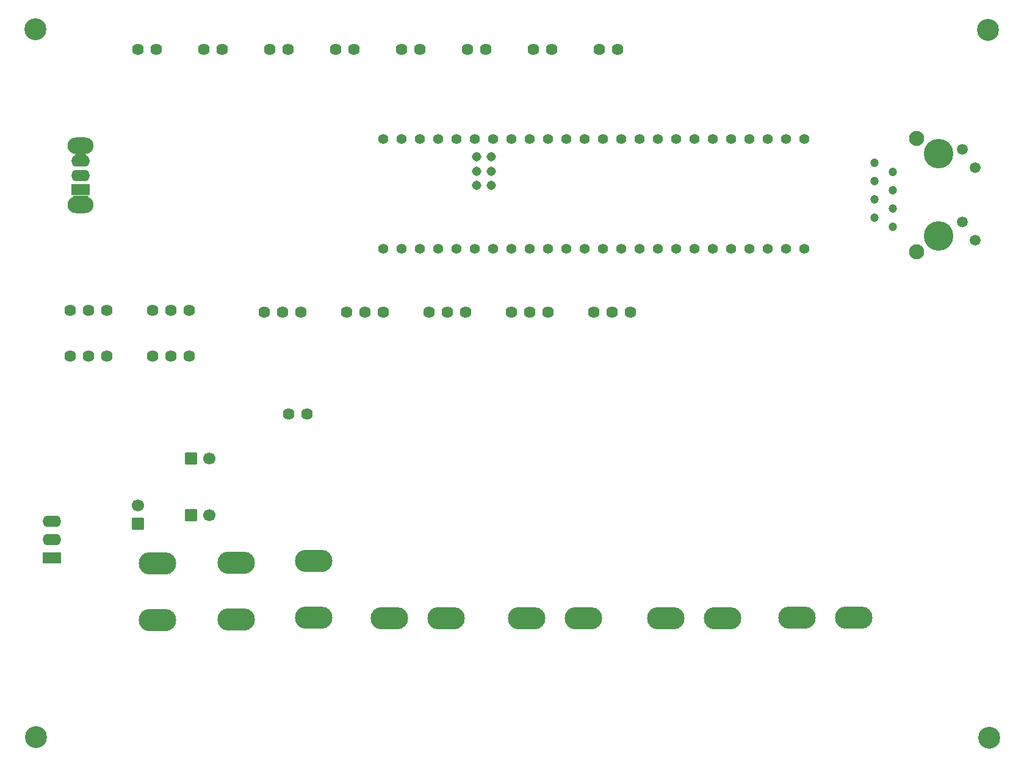
<source format=gbs>
G04 #@! TF.GenerationSoftware,KiCad,Pcbnew,(6.0.7)*
G04 #@! TF.CreationDate,2023-03-20T22:10:27-05:00*
G04 #@! TF.ProjectId,ScienceMotorController,53636965-6e63-4654-9d6f-746f72436f6e,rev?*
G04 #@! TF.SameCoordinates,Original*
G04 #@! TF.FileFunction,Soldermask,Bot*
G04 #@! TF.FilePolarity,Negative*
%FSLAX46Y46*%
G04 Gerber Fmt 4.6, Leading zero omitted, Abs format (unit mm)*
G04 Created by KiCad (PCBNEW (6.0.7)) date 2023-03-20 22:10:27*
%MOMM*%
%LPD*%
G01*
G04 APERTURE LIST*
G04 Aperture macros list*
%AMRoundRect*
0 Rectangle with rounded corners*
0 $1 Rounding radius*
0 $2 $3 $4 $5 $6 $7 $8 $9 X,Y pos of 4 corners*
0 Add a 4 corners polygon primitive as box body*
4,1,4,$2,$3,$4,$5,$6,$7,$8,$9,$2,$3,0*
0 Add four circle primitives for the rounded corners*
1,1,$1+$1,$2,$3*
1,1,$1+$1,$4,$5*
1,1,$1+$1,$6,$7*
1,1,$1+$1,$8,$9*
0 Add four rect primitives between the rounded corners*
20,1,$1+$1,$2,$3,$4,$5,0*
20,1,$1+$1,$4,$5,$6,$7,0*
20,1,$1+$1,$6,$7,$8,$9,0*
20,1,$1+$1,$8,$9,$2,$3,0*%
G04 Aperture macros list end*
%ADD10C,1.624000*%
%ADD11C,3.046400*%
%ADD12RoundRect,0.050000X1.250000X-0.750000X1.250000X0.750000X-1.250000X0.750000X-1.250000X-0.750000X0*%
%ADD13O,2.600000X1.600000*%
%ADD14RoundRect,0.050000X-0.800000X-0.800000X0.800000X-0.800000X0.800000X0.800000X-0.800000X0.800000X0*%
%ADD15C,1.700000*%
%ADD16C,1.408000*%
%ADD17C,1.308000*%
%ADD18O,3.600000X2.300000*%
%ADD19C,1.200000*%
%ADD20C,1.500000*%
%ADD21C,4.100000*%
%ADD22C,2.100000*%
%ADD23RoundRect,0.050000X0.800000X-0.800000X0.800000X0.800000X-0.800000X0.800000X-0.800000X-0.800000X0*%
%ADD24O,5.200000X3.100000*%
G04 APERTURE END LIST*
D10*
X123190000Y-38481000D03*
X125730000Y-38481000D03*
D11*
X213823420Y-134067420D03*
D10*
X150598500Y-38481000D03*
X153138500Y-38481000D03*
X97764600Y-74676000D03*
X100304600Y-74676000D03*
X102844600Y-74676000D03*
X91414600Y-81026000D03*
X88874600Y-81026000D03*
X86334600Y-81026000D03*
D12*
X83820000Y-109093000D03*
D13*
X83820000Y-106553000D03*
X83820000Y-104013000D03*
D10*
X102844600Y-81026000D03*
X100304600Y-81026000D03*
X97764600Y-81026000D03*
X86334600Y-74676000D03*
X88874600Y-74676000D03*
X91414600Y-74676000D03*
X132334000Y-38481000D03*
X134874000Y-38481000D03*
X159004000Y-74930000D03*
X161544000Y-74930000D03*
X164084000Y-74930000D03*
X116655550Y-89066400D03*
X119195550Y-89066400D03*
X159766000Y-38481000D03*
X162306000Y-38481000D03*
X95758000Y-38481000D03*
X98298000Y-38481000D03*
X147574000Y-74930000D03*
X150114000Y-74930000D03*
X152654000Y-74930000D03*
X136144000Y-74930000D03*
X138684000Y-74930000D03*
X141224000Y-74930000D03*
D14*
X103124000Y-103124000D03*
D15*
X105624000Y-103124000D03*
D16*
X132334000Y-66167000D03*
X134874000Y-66167000D03*
X137414000Y-66167000D03*
X139954000Y-66167000D03*
X165354000Y-66167000D03*
X134874000Y-50927000D03*
X142494000Y-66167000D03*
X145034000Y-66167000D03*
X147574000Y-66167000D03*
X150114000Y-66167000D03*
X152654000Y-66167000D03*
X155194000Y-66167000D03*
X157734000Y-66167000D03*
X160274000Y-66167000D03*
X162814000Y-66167000D03*
X162814000Y-50927000D03*
X160274000Y-50927000D03*
X157734000Y-50927000D03*
X155194000Y-50927000D03*
X152654000Y-50927000D03*
X150114000Y-50927000D03*
X147574000Y-50927000D03*
X145034000Y-50927000D03*
X142494000Y-50927000D03*
X139954000Y-50927000D03*
X137414000Y-50927000D03*
X167894000Y-66167000D03*
X170434000Y-66167000D03*
X172974000Y-66167000D03*
X175514000Y-66167000D03*
X178054000Y-66167000D03*
X180594000Y-66167000D03*
X183134000Y-66167000D03*
X185674000Y-66167000D03*
X188214000Y-66167000D03*
X188214000Y-50927000D03*
X185674000Y-50927000D03*
X183134000Y-50927000D03*
X180594000Y-50927000D03*
X178054000Y-50927000D03*
X175514000Y-50927000D03*
X172974000Y-50927000D03*
X170434000Y-50927000D03*
X167894000Y-50927000D03*
X129794000Y-66167000D03*
X165354000Y-50927000D03*
X132334000Y-50927000D03*
D17*
X144764000Y-55377000D03*
X142764000Y-55377000D03*
X142764000Y-53377000D03*
X144764000Y-53377000D03*
X144764000Y-57377000D03*
X142764000Y-57377000D03*
D16*
X129794000Y-50927000D03*
D18*
X87775100Y-51881600D03*
X87775100Y-60081600D03*
D12*
X87775100Y-57981600D03*
D13*
X87775100Y-55981600D03*
X87775100Y-53981600D03*
D10*
X114046000Y-38481000D03*
X116586000Y-38481000D03*
D11*
X81615280Y-133979920D03*
D19*
X200469000Y-63117000D03*
X197929000Y-61847000D03*
X200469000Y-60577000D03*
X197929000Y-59307000D03*
X200469000Y-58037000D03*
X197929000Y-56767000D03*
X200469000Y-55497000D03*
X197929000Y-54227000D03*
D20*
X211899000Y-64997000D03*
X210109000Y-62457000D03*
X211899000Y-54887000D03*
X210109000Y-52347000D03*
D21*
X206819000Y-64387000D03*
X206819000Y-52957000D03*
D22*
X203769000Y-50797000D03*
X203769000Y-66547000D03*
D10*
X104902000Y-38481000D03*
X107442000Y-38481000D03*
D11*
X213696420Y-35731580D03*
X81513680Y-35692080D03*
D23*
X95758000Y-104306379D03*
D15*
X95758000Y-101806379D03*
D10*
X141478000Y-38481000D03*
X144018000Y-38481000D03*
X113284000Y-74930000D03*
X115824000Y-74930000D03*
X118364000Y-74930000D03*
D14*
X103124000Y-95274000D03*
D15*
X105624000Y-95274000D03*
D10*
X124714000Y-74930000D03*
X127254000Y-74930000D03*
X129794000Y-74930000D03*
D24*
X120129300Y-109551500D03*
X120129300Y-117425500D03*
X176869000Y-117468600D03*
X168995000Y-117468600D03*
X157565000Y-117468600D03*
X149691000Y-117468600D03*
X109375600Y-109742800D03*
X109375600Y-117616800D03*
X98453600Y-109869800D03*
X98453600Y-117743800D03*
X138515000Y-117468600D03*
X130641000Y-117468600D03*
X195030000Y-117341600D03*
X187156000Y-117341600D03*
G36*
X88908725Y-58780600D02*
G01*
X88908725Y-58782600D01*
X88907556Y-58783519D01*
X88840544Y-58803195D01*
X88795189Y-58855538D01*
X88785332Y-58924091D01*
X88814125Y-58987138D01*
X88849284Y-59012213D01*
X88850114Y-59014033D01*
X88848953Y-59015661D01*
X88847530Y-59015751D01*
X88663780Y-58958694D01*
X88455075Y-58933993D01*
X88425074Y-58933600D01*
X87125196Y-58933600D01*
X86915894Y-58952832D01*
X86713698Y-59009858D01*
X86696677Y-59018252D01*
X86694681Y-59018121D01*
X86693796Y-59016327D01*
X86694457Y-59014969D01*
X86743166Y-58971319D01*
X86761569Y-58904550D01*
X86740952Y-58838433D01*
X86687797Y-58793902D01*
X86638262Y-58783558D01*
X86636771Y-58782225D01*
X86637180Y-58780267D01*
X86638671Y-58779600D01*
X88906993Y-58779600D01*
X88908725Y-58780600D01*
G37*
G36*
X87095125Y-53029207D02*
G01*
X87125126Y-53029600D01*
X88425004Y-53029600D01*
X88628698Y-53010883D01*
X88630514Y-53011721D01*
X88630697Y-53013712D01*
X88629409Y-53014804D01*
X88618742Y-53017722D01*
X88559539Y-53054235D01*
X88529604Y-53116690D01*
X88538186Y-53185415D01*
X88582662Y-53238710D01*
X88590109Y-53242323D01*
X88591143Y-53243849D01*
X88612933Y-53256429D01*
X88613933Y-53258161D01*
X88612933Y-53259893D01*
X88611249Y-53260040D01*
X88462742Y-53205987D01*
X88286139Y-53183677D01*
X88275086Y-53183600D01*
X87275216Y-53183600D01*
X87098306Y-53203444D01*
X86943743Y-53257268D01*
X86941778Y-53256893D01*
X86941120Y-53255004D01*
X86942085Y-53253647D01*
X86958654Y-53244081D01*
X86958654Y-53242121D01*
X86959257Y-53241470D01*
X87003275Y-53211374D01*
X87030238Y-53147581D01*
X87018430Y-53079336D01*
X86971518Y-53028217D01*
X86936132Y-53014352D01*
X86934885Y-53012789D01*
X86935614Y-53010927D01*
X86937097Y-53010504D01*
X87095125Y-53029207D01*
G37*
M02*

</source>
